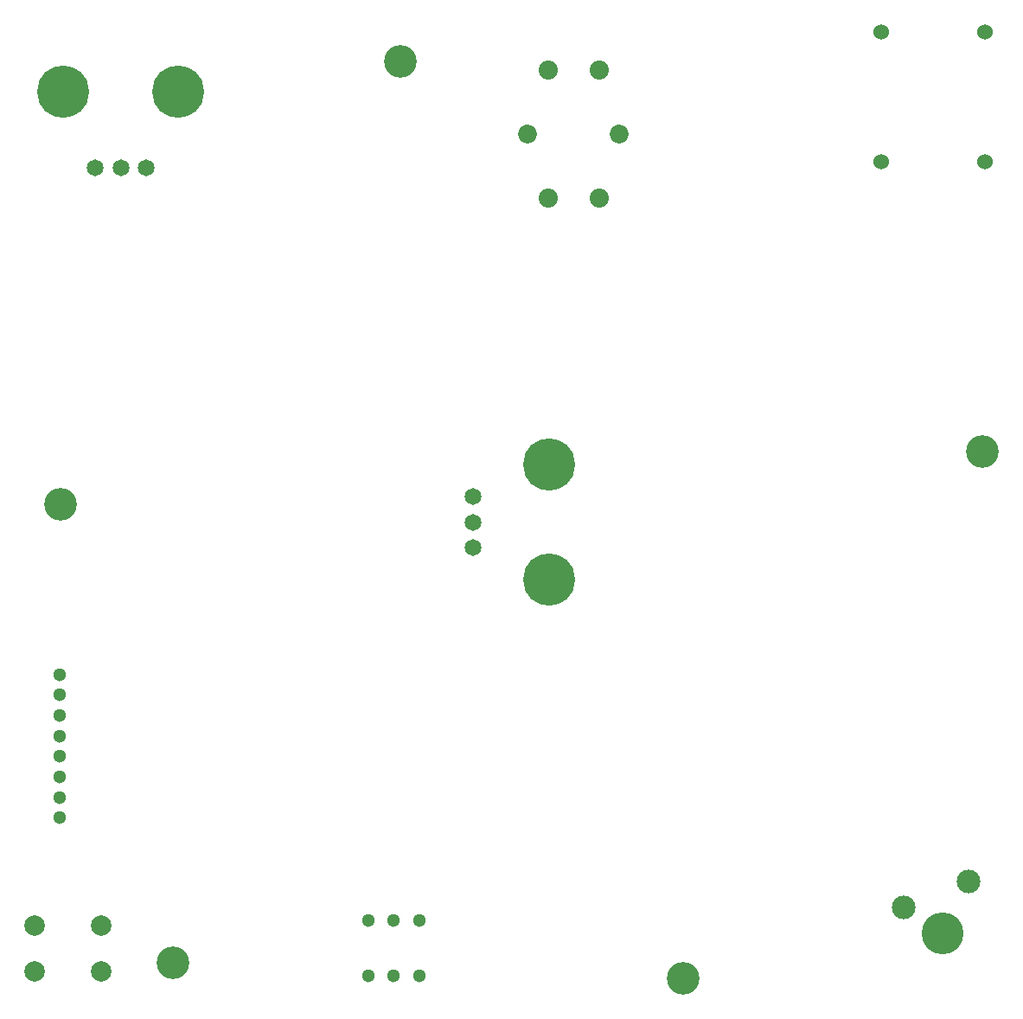
<source format=gbs>
G04 #@! TF.GenerationSoftware,KiCad,Pcbnew,7.0.1*
G04 #@! TF.CreationDate,2023-10-11T19:34:26-05:00*
G04 #@! TF.ProjectId,Tactile_Board,54616374-696c-4655-9f42-6f6172642e6b,1*
G04 #@! TF.SameCoordinates,Original*
G04 #@! TF.FileFunction,Soldermask,Bot*
G04 #@! TF.FilePolarity,Negative*
%FSLAX46Y46*%
G04 Gerber Fmt 4.6, Leading zero omitted, Abs format (unit mm)*
G04 Created by KiCad (PCBNEW 7.0.1) date 2023-10-11 19:34:26*
%MOMM*%
%LPD*%
G01*
G04 APERTURE LIST*
%ADD10C,2.000000*%
%ADD11C,3.200000*%
%ADD12C,4.100000*%
%ADD13C,2.324000*%
%ADD14C,1.650000*%
%ADD15C,5.100000*%
%ADD16C,1.850000*%
%ADD17C,1.875000*%
%ADD18C,1.300000*%
%ADD19C,1.524000*%
G04 APERTURE END LIST*
D10*
X162052000Y-109858800D03*
X168552000Y-109858800D03*
X162052000Y-114358800D03*
X168552000Y-114358800D03*
D11*
X225542000Y-115066000D03*
X175612000Y-113576000D03*
X254862000Y-63476000D03*
D12*
X250950800Y-110635600D03*
D13*
X247140800Y-108095600D03*
X253490800Y-105555600D03*
D14*
X204957200Y-67902800D03*
X204957200Y-72902800D03*
D15*
X212457200Y-64802800D03*
D14*
X204957200Y-70402800D03*
D15*
X212457200Y-76002800D03*
D16*
X210320799Y-32428400D03*
X219320799Y-32428400D03*
D17*
X212320799Y-38678400D03*
X212320799Y-26178400D03*
X217320799Y-38678400D03*
X217320799Y-26178400D03*
D11*
X197852000Y-25347000D03*
X164572000Y-68697000D03*
D14*
X167983600Y-35737000D03*
X172983600Y-35737000D03*
D15*
X164883600Y-28237000D03*
D14*
X170483600Y-35737000D03*
D15*
X176083600Y-28237000D03*
D18*
X164540000Y-85325000D03*
X164540000Y-87325000D03*
X164540000Y-89325000D03*
X164540000Y-91325000D03*
X164540000Y-93325000D03*
X164540000Y-95325000D03*
X164540000Y-97325000D03*
X164540000Y-99325000D03*
D19*
X244956400Y-22446800D03*
X244956400Y-35146800D03*
X255116400Y-22446800D03*
X255116400Y-35146800D03*
D18*
X194715200Y-109416400D03*
X194715200Y-114816400D03*
X197215200Y-109416400D03*
X197215200Y-114816400D03*
X199715200Y-109416400D03*
X199715200Y-114816400D03*
M02*

</source>
